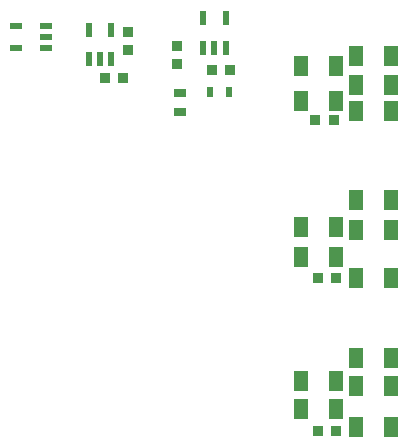
<source format=gbp>
G04 EAGLE Gerber RS-274X export*
G75*
%MOMM*%
%FSLAX34Y34*%
%LPD*%
%INSolderpaste Bottom*%
%IPPOS*%
%AMOC8*
5,1,8,0,0,1.08239X$1,22.5*%
G01*
G04 Define Apertures*
%ADD10R,0.920900X0.970200*%
%ADD11R,0.970200X0.920900*%
%ADD12R,1.100000X0.600000*%
%ADD13R,0.600000X1.200000*%
%ADD14R,1.164600X1.815300*%
%ADD15R,0.973900X0.798700*%
%ADD16R,0.511800X0.911800*%
D10*
X217646Y439300D03*
X202154Y439300D03*
D11*
X221700Y463354D03*
X221700Y478846D03*
D12*
X151800Y483700D03*
X151800Y474200D03*
X151800Y464700D03*
X126800Y464700D03*
X126800Y483700D03*
D13*
X304100Y465500D03*
X294600Y465500D03*
X285100Y465500D03*
X285100Y490500D03*
X304100Y490500D03*
D10*
X292554Y446649D03*
X308046Y446649D03*
D11*
X263249Y451554D03*
X263249Y467046D03*
D14*
X414246Y270500D03*
X443754Y270500D03*
X414246Y311347D03*
X443754Y311347D03*
X397754Y288500D03*
X368246Y288500D03*
X397754Y313500D03*
X368246Y313500D03*
X414246Y336500D03*
X443754Y336500D03*
X397754Y449500D03*
X368246Y449500D03*
X397754Y420500D03*
X368246Y420500D03*
X414246Y433500D03*
X443754Y433500D03*
X414246Y411500D03*
X443754Y411500D03*
X414246Y458500D03*
X443754Y458500D03*
X397754Y183300D03*
X368246Y183300D03*
X414246Y178700D03*
X443754Y178700D03*
X414246Y144547D03*
X443754Y144547D03*
X414246Y202700D03*
X443754Y202700D03*
X397754Y159453D03*
X368246Y159453D03*
D15*
X265148Y426872D03*
X265148Y410568D03*
D16*
X307100Y428200D03*
X291100Y428200D03*
D13*
X207300Y455500D03*
X197800Y455500D03*
X188300Y455500D03*
X188300Y480500D03*
X207300Y480500D03*
D10*
X380028Y404000D03*
X395520Y404000D03*
X382028Y270000D03*
X397520Y270000D03*
X382028Y141000D03*
X397520Y141000D03*
M02*

</source>
